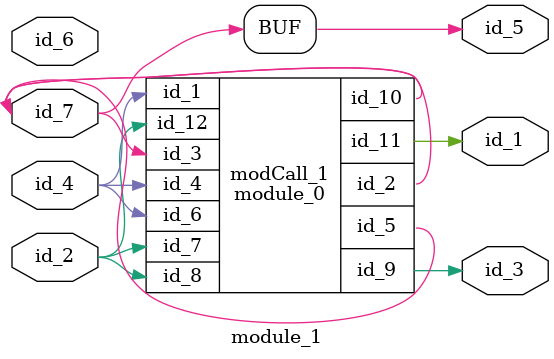
<source format=v>
module module_0 (
    id_1,
    id_2,
    id_3,
    id_4,
    id_5,
    id_6,
    id_7,
    id_8,
    id_9,
    id_10,
    id_11,
    id_12
);
  input wire id_12;
  output wire id_11;
  inout wire id_10;
  output wire id_9;
  input wire id_8;
  input wire id_7;
  input wire id_6;
  output wire id_5;
  input wire id_4;
  input wire id_3;
  inout wire id_2;
  input wire id_1;
  assign id_10 = id_3;
endmodule
module module_1 (
    id_1,
    id_2,
    id_3,
    id_4,
    id_5,
    id_6,
    id_7
);
  inout wire id_7;
  input wire id_6;
  output reg id_5;
  input wire id_4;
  output wire id_3;
  input wire id_2;
  output wire id_1;
  module_0 modCall_1 (
      id_4,
      id_7,
      id_7,
      id_4,
      id_7,
      id_4,
      id_2,
      id_2,
      id_3,
      id_7,
      id_1,
      id_2
  );
  always @(id_4) begin : LABEL_0
    id_5 = id_7;
  end
endmodule

</source>
